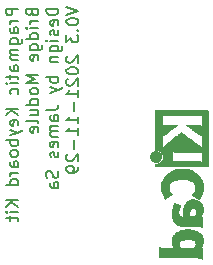
<source format=gbr>
%TF.GenerationSoftware,KiCad,Pcbnew,(5.1.12-1-10_14)*%
%TF.CreationDate,2021-11-30T09:14:07+08:00*%
%TF.ProjectId,Pragmatic,50726167-6d61-4746-9963-2e6b69636164,V0.3*%
%TF.SameCoordinates,Original*%
%TF.FileFunction,Legend,Bot*%
%TF.FilePolarity,Positive*%
%FSLAX46Y46*%
G04 Gerber Fmt 4.6, Leading zero omitted, Abs format (unit mm)*
G04 Created by KiCad (PCBNEW (5.1.12-1-10_14)) date 2021-11-30 09:14:07*
%MOMM*%
%LPD*%
G01*
G04 APERTURE LIST*
%ADD10C,0.177800*%
%ADD11C,0.010000*%
G04 APERTURE END LIST*
D10*
X137606919Y-51157474D02*
X136590919Y-51157474D01*
X136590919Y-51544522D01*
X136639300Y-51641284D01*
X136687680Y-51689665D01*
X136784442Y-51738046D01*
X136929585Y-51738046D01*
X137026347Y-51689665D01*
X137074728Y-51641284D01*
X137123109Y-51544522D01*
X137123109Y-51157474D01*
X137606919Y-52173474D02*
X136929585Y-52173474D01*
X137123109Y-52173474D02*
X137026347Y-52221855D01*
X136977966Y-52270236D01*
X136929585Y-52366998D01*
X136929585Y-52463760D01*
X137606919Y-53237855D02*
X137074728Y-53237855D01*
X136977966Y-53189474D01*
X136929585Y-53092712D01*
X136929585Y-52899189D01*
X136977966Y-52802427D01*
X137558538Y-53237855D02*
X137606919Y-53141093D01*
X137606919Y-52899189D01*
X137558538Y-52802427D01*
X137461776Y-52754046D01*
X137365014Y-52754046D01*
X137268252Y-52802427D01*
X137219871Y-52899189D01*
X137219871Y-53141093D01*
X137171490Y-53237855D01*
X136929585Y-54157093D02*
X137752061Y-54157093D01*
X137848823Y-54108712D01*
X137897204Y-54060331D01*
X137945585Y-53963570D01*
X137945585Y-53818427D01*
X137897204Y-53721665D01*
X137558538Y-54157093D02*
X137606919Y-54060331D01*
X137606919Y-53866808D01*
X137558538Y-53770046D01*
X137510157Y-53721665D01*
X137413395Y-53673284D01*
X137123109Y-53673284D01*
X137026347Y-53721665D01*
X136977966Y-53770046D01*
X136929585Y-53866808D01*
X136929585Y-54060331D01*
X136977966Y-54157093D01*
X137606919Y-54640903D02*
X136929585Y-54640903D01*
X137026347Y-54640903D02*
X136977966Y-54689284D01*
X136929585Y-54786046D01*
X136929585Y-54931189D01*
X136977966Y-55027950D01*
X137074728Y-55076331D01*
X137606919Y-55076331D01*
X137074728Y-55076331D02*
X136977966Y-55124712D01*
X136929585Y-55221474D01*
X136929585Y-55366617D01*
X136977966Y-55463379D01*
X137074728Y-55511760D01*
X137606919Y-55511760D01*
X137606919Y-56430998D02*
X137074728Y-56430998D01*
X136977966Y-56382617D01*
X136929585Y-56285855D01*
X136929585Y-56092331D01*
X136977966Y-55995570D01*
X137558538Y-56430998D02*
X137606919Y-56334236D01*
X137606919Y-56092331D01*
X137558538Y-55995570D01*
X137461776Y-55947189D01*
X137365014Y-55947189D01*
X137268252Y-55995570D01*
X137219871Y-56092331D01*
X137219871Y-56334236D01*
X137171490Y-56430998D01*
X136929585Y-56769665D02*
X136929585Y-57156712D01*
X136590919Y-56914808D02*
X137461776Y-56914808D01*
X137558538Y-56963189D01*
X137606919Y-57059950D01*
X137606919Y-57156712D01*
X137606919Y-57495379D02*
X136929585Y-57495379D01*
X136590919Y-57495379D02*
X136639300Y-57446998D01*
X136687680Y-57495379D01*
X136639300Y-57543760D01*
X136590919Y-57495379D01*
X136687680Y-57495379D01*
X137558538Y-58414617D02*
X137606919Y-58317855D01*
X137606919Y-58124331D01*
X137558538Y-58027570D01*
X137510157Y-57979189D01*
X137413395Y-57930808D01*
X137123109Y-57930808D01*
X137026347Y-57979189D01*
X136977966Y-58027570D01*
X136929585Y-58124331D01*
X136929585Y-58317855D01*
X136977966Y-58414617D01*
X137606919Y-59624141D02*
X136590919Y-59624141D01*
X137606919Y-60204712D02*
X137026347Y-59769284D01*
X136590919Y-60204712D02*
X137171490Y-59624141D01*
X137558538Y-61027189D02*
X137606919Y-60930427D01*
X137606919Y-60736903D01*
X137558538Y-60640141D01*
X137461776Y-60591760D01*
X137074728Y-60591760D01*
X136977966Y-60640141D01*
X136929585Y-60736903D01*
X136929585Y-60930427D01*
X136977966Y-61027189D01*
X137074728Y-61075570D01*
X137171490Y-61075570D01*
X137268252Y-60591760D01*
X136929585Y-61414236D02*
X137606919Y-61656141D01*
X136929585Y-61898046D02*
X137606919Y-61656141D01*
X137848823Y-61559379D01*
X137897204Y-61510998D01*
X137945585Y-61414236D01*
X137606919Y-62285093D02*
X136590919Y-62285093D01*
X136977966Y-62285093D02*
X136929585Y-62381855D01*
X136929585Y-62575379D01*
X136977966Y-62672141D01*
X137026347Y-62720522D01*
X137123109Y-62768903D01*
X137413395Y-62768903D01*
X137510157Y-62720522D01*
X137558538Y-62672141D01*
X137606919Y-62575379D01*
X137606919Y-62381855D01*
X137558538Y-62285093D01*
X137606919Y-63349474D02*
X137558538Y-63252712D01*
X137510157Y-63204331D01*
X137413395Y-63155950D01*
X137123109Y-63155950D01*
X137026347Y-63204331D01*
X136977966Y-63252712D01*
X136929585Y-63349474D01*
X136929585Y-63494617D01*
X136977966Y-63591379D01*
X137026347Y-63639760D01*
X137123109Y-63688141D01*
X137413395Y-63688141D01*
X137510157Y-63639760D01*
X137558538Y-63591379D01*
X137606919Y-63494617D01*
X137606919Y-63349474D01*
X137606919Y-64558998D02*
X137074728Y-64558998D01*
X136977966Y-64510617D01*
X136929585Y-64413855D01*
X136929585Y-64220331D01*
X136977966Y-64123570D01*
X137558538Y-64558998D02*
X137606919Y-64462236D01*
X137606919Y-64220331D01*
X137558538Y-64123570D01*
X137461776Y-64075189D01*
X137365014Y-64075189D01*
X137268252Y-64123570D01*
X137219871Y-64220331D01*
X137219871Y-64462236D01*
X137171490Y-64558998D01*
X137606919Y-65042808D02*
X136929585Y-65042808D01*
X137123109Y-65042808D02*
X137026347Y-65091189D01*
X136977966Y-65139570D01*
X136929585Y-65236331D01*
X136929585Y-65333093D01*
X137606919Y-66107189D02*
X136590919Y-66107189D01*
X137558538Y-66107189D02*
X137606919Y-66010427D01*
X137606919Y-65816903D01*
X137558538Y-65720141D01*
X137510157Y-65671760D01*
X137413395Y-65623379D01*
X137123109Y-65623379D01*
X137026347Y-65671760D01*
X136977966Y-65720141D01*
X136929585Y-65816903D01*
X136929585Y-66010427D01*
X136977966Y-66107189D01*
X137606919Y-67365093D02*
X136590919Y-67365093D01*
X137606919Y-67945665D02*
X137026347Y-67510236D01*
X136590919Y-67945665D02*
X137171490Y-67365093D01*
X137606919Y-68381093D02*
X136929585Y-68381093D01*
X136590919Y-68381093D02*
X136639300Y-68332712D01*
X136687680Y-68381093D01*
X136639300Y-68429474D01*
X136590919Y-68381093D01*
X136687680Y-68381093D01*
X136929585Y-68719760D02*
X136929585Y-69106808D01*
X136590919Y-68864903D02*
X137461776Y-68864903D01*
X137558538Y-68913284D01*
X137606919Y-69010046D01*
X137606919Y-69106808D01*
X138776528Y-51496141D02*
X138824909Y-51641284D01*
X138873290Y-51689665D01*
X138970052Y-51738046D01*
X139115195Y-51738046D01*
X139211957Y-51689665D01*
X139260338Y-51641284D01*
X139308719Y-51544522D01*
X139308719Y-51157474D01*
X138292719Y-51157474D01*
X138292719Y-51496141D01*
X138341100Y-51592903D01*
X138389480Y-51641284D01*
X138486242Y-51689665D01*
X138583004Y-51689665D01*
X138679766Y-51641284D01*
X138728147Y-51592903D01*
X138776528Y-51496141D01*
X138776528Y-51157474D01*
X139308719Y-52173474D02*
X138631385Y-52173474D01*
X138824909Y-52173474D02*
X138728147Y-52221855D01*
X138679766Y-52270236D01*
X138631385Y-52366998D01*
X138631385Y-52463760D01*
X139308719Y-52802427D02*
X138631385Y-52802427D01*
X138292719Y-52802427D02*
X138341100Y-52754046D01*
X138389480Y-52802427D01*
X138341100Y-52850808D01*
X138292719Y-52802427D01*
X138389480Y-52802427D01*
X139308719Y-53721665D02*
X138292719Y-53721665D01*
X139260338Y-53721665D02*
X139308719Y-53624903D01*
X139308719Y-53431379D01*
X139260338Y-53334617D01*
X139211957Y-53286236D01*
X139115195Y-53237855D01*
X138824909Y-53237855D01*
X138728147Y-53286236D01*
X138679766Y-53334617D01*
X138631385Y-53431379D01*
X138631385Y-53624903D01*
X138679766Y-53721665D01*
X138631385Y-54640903D02*
X139453861Y-54640903D01*
X139550623Y-54592522D01*
X139599004Y-54544141D01*
X139647385Y-54447379D01*
X139647385Y-54302236D01*
X139599004Y-54205474D01*
X139260338Y-54640903D02*
X139308719Y-54544141D01*
X139308719Y-54350617D01*
X139260338Y-54253855D01*
X139211957Y-54205474D01*
X139115195Y-54157093D01*
X138824909Y-54157093D01*
X138728147Y-54205474D01*
X138679766Y-54253855D01*
X138631385Y-54350617D01*
X138631385Y-54544141D01*
X138679766Y-54640903D01*
X139260338Y-55511760D02*
X139308719Y-55414998D01*
X139308719Y-55221474D01*
X139260338Y-55124712D01*
X139163576Y-55076331D01*
X138776528Y-55076331D01*
X138679766Y-55124712D01*
X138631385Y-55221474D01*
X138631385Y-55414998D01*
X138679766Y-55511760D01*
X138776528Y-55560141D01*
X138873290Y-55560141D01*
X138970052Y-55076331D01*
X139308719Y-56769665D02*
X138292719Y-56769665D01*
X139018433Y-57108331D01*
X138292719Y-57446998D01*
X139308719Y-57446998D01*
X139308719Y-58075950D02*
X139260338Y-57979189D01*
X139211957Y-57930808D01*
X139115195Y-57882427D01*
X138824909Y-57882427D01*
X138728147Y-57930808D01*
X138679766Y-57979189D01*
X138631385Y-58075950D01*
X138631385Y-58221093D01*
X138679766Y-58317855D01*
X138728147Y-58366236D01*
X138824909Y-58414617D01*
X139115195Y-58414617D01*
X139211957Y-58366236D01*
X139260338Y-58317855D01*
X139308719Y-58221093D01*
X139308719Y-58075950D01*
X139308719Y-59285474D02*
X138292719Y-59285474D01*
X139260338Y-59285474D02*
X139308719Y-59188712D01*
X139308719Y-58995189D01*
X139260338Y-58898427D01*
X139211957Y-58850046D01*
X139115195Y-58801665D01*
X138824909Y-58801665D01*
X138728147Y-58850046D01*
X138679766Y-58898427D01*
X138631385Y-58995189D01*
X138631385Y-59188712D01*
X138679766Y-59285474D01*
X138631385Y-60204712D02*
X139308719Y-60204712D01*
X138631385Y-59769284D02*
X139163576Y-59769284D01*
X139260338Y-59817665D01*
X139308719Y-59914427D01*
X139308719Y-60059570D01*
X139260338Y-60156331D01*
X139211957Y-60204712D01*
X139308719Y-60833665D02*
X139260338Y-60736903D01*
X139163576Y-60688522D01*
X138292719Y-60688522D01*
X139260338Y-61607760D02*
X139308719Y-61510998D01*
X139308719Y-61317474D01*
X139260338Y-61220712D01*
X139163576Y-61172331D01*
X138776528Y-61172331D01*
X138679766Y-61220712D01*
X138631385Y-61317474D01*
X138631385Y-61510998D01*
X138679766Y-61607760D01*
X138776528Y-61656141D01*
X138873290Y-61656141D01*
X138970052Y-61172331D01*
X141010519Y-51157474D02*
X139994519Y-51157474D01*
X139994519Y-51399379D01*
X140042900Y-51544522D01*
X140139661Y-51641284D01*
X140236423Y-51689665D01*
X140429947Y-51738046D01*
X140575090Y-51738046D01*
X140768614Y-51689665D01*
X140865376Y-51641284D01*
X140962138Y-51544522D01*
X141010519Y-51399379D01*
X141010519Y-51157474D01*
X140962138Y-52560522D02*
X141010519Y-52463760D01*
X141010519Y-52270236D01*
X140962138Y-52173474D01*
X140865376Y-52125093D01*
X140478328Y-52125093D01*
X140381566Y-52173474D01*
X140333185Y-52270236D01*
X140333185Y-52463760D01*
X140381566Y-52560522D01*
X140478328Y-52608903D01*
X140575090Y-52608903D01*
X140671852Y-52125093D01*
X140962138Y-52995950D02*
X141010519Y-53092712D01*
X141010519Y-53286236D01*
X140962138Y-53382998D01*
X140865376Y-53431379D01*
X140816995Y-53431379D01*
X140720233Y-53382998D01*
X140671852Y-53286236D01*
X140671852Y-53141093D01*
X140623471Y-53044331D01*
X140526709Y-52995950D01*
X140478328Y-52995950D01*
X140381566Y-53044331D01*
X140333185Y-53141093D01*
X140333185Y-53286236D01*
X140381566Y-53382998D01*
X141010519Y-53866808D02*
X140333185Y-53866808D01*
X139994519Y-53866808D02*
X140042900Y-53818427D01*
X140091280Y-53866808D01*
X140042900Y-53915189D01*
X139994519Y-53866808D01*
X140091280Y-53866808D01*
X140333185Y-54786046D02*
X141155661Y-54786046D01*
X141252423Y-54737665D01*
X141300804Y-54689284D01*
X141349185Y-54592522D01*
X141349185Y-54447379D01*
X141300804Y-54350617D01*
X140962138Y-54786046D02*
X141010519Y-54689284D01*
X141010519Y-54495760D01*
X140962138Y-54398998D01*
X140913757Y-54350617D01*
X140816995Y-54302236D01*
X140526709Y-54302236D01*
X140429947Y-54350617D01*
X140381566Y-54398998D01*
X140333185Y-54495760D01*
X140333185Y-54689284D01*
X140381566Y-54786046D01*
X140333185Y-55269855D02*
X141010519Y-55269855D01*
X140429947Y-55269855D02*
X140381566Y-55318236D01*
X140333185Y-55414998D01*
X140333185Y-55560141D01*
X140381566Y-55656903D01*
X140478328Y-55705284D01*
X141010519Y-55705284D01*
X141010519Y-56963189D02*
X139994519Y-56963189D01*
X140381566Y-56963189D02*
X140333185Y-57059950D01*
X140333185Y-57253474D01*
X140381566Y-57350236D01*
X140429947Y-57398617D01*
X140526709Y-57446998D01*
X140816995Y-57446998D01*
X140913757Y-57398617D01*
X140962138Y-57350236D01*
X141010519Y-57253474D01*
X141010519Y-57059950D01*
X140962138Y-56963189D01*
X140333185Y-57785665D02*
X141010519Y-58027570D01*
X140333185Y-58269474D02*
X141010519Y-58027570D01*
X141252423Y-57930808D01*
X141300804Y-57882427D01*
X141349185Y-57785665D01*
X139994519Y-59720903D02*
X140720233Y-59720903D01*
X140865376Y-59672522D01*
X140962138Y-59575760D01*
X141010519Y-59430617D01*
X141010519Y-59333855D01*
X141010519Y-60640141D02*
X140478328Y-60640141D01*
X140381566Y-60591760D01*
X140333185Y-60494998D01*
X140333185Y-60301474D01*
X140381566Y-60204712D01*
X140962138Y-60640141D02*
X141010519Y-60543379D01*
X141010519Y-60301474D01*
X140962138Y-60204712D01*
X140865376Y-60156331D01*
X140768614Y-60156331D01*
X140671852Y-60204712D01*
X140623471Y-60301474D01*
X140623471Y-60543379D01*
X140575090Y-60640141D01*
X141010519Y-61123950D02*
X140333185Y-61123950D01*
X140429947Y-61123950D02*
X140381566Y-61172331D01*
X140333185Y-61269093D01*
X140333185Y-61414236D01*
X140381566Y-61510998D01*
X140478328Y-61559379D01*
X141010519Y-61559379D01*
X140478328Y-61559379D02*
X140381566Y-61607760D01*
X140333185Y-61704522D01*
X140333185Y-61849665D01*
X140381566Y-61946427D01*
X140478328Y-61994808D01*
X141010519Y-61994808D01*
X140962138Y-62865665D02*
X141010519Y-62768903D01*
X141010519Y-62575379D01*
X140962138Y-62478617D01*
X140865376Y-62430236D01*
X140478328Y-62430236D01*
X140381566Y-62478617D01*
X140333185Y-62575379D01*
X140333185Y-62768903D01*
X140381566Y-62865665D01*
X140478328Y-62914046D01*
X140575090Y-62914046D01*
X140671852Y-62430236D01*
X140962138Y-63301093D02*
X141010519Y-63397855D01*
X141010519Y-63591379D01*
X140962138Y-63688141D01*
X140865376Y-63736522D01*
X140816995Y-63736522D01*
X140720233Y-63688141D01*
X140671852Y-63591379D01*
X140671852Y-63446236D01*
X140623471Y-63349474D01*
X140526709Y-63301093D01*
X140478328Y-63301093D01*
X140381566Y-63349474D01*
X140333185Y-63446236D01*
X140333185Y-63591379D01*
X140381566Y-63688141D01*
X140962138Y-64897665D02*
X141010519Y-65042808D01*
X141010519Y-65284712D01*
X140962138Y-65381474D01*
X140913757Y-65429855D01*
X140816995Y-65478236D01*
X140720233Y-65478236D01*
X140623471Y-65429855D01*
X140575090Y-65381474D01*
X140526709Y-65284712D01*
X140478328Y-65091189D01*
X140429947Y-64994427D01*
X140381566Y-64946046D01*
X140284804Y-64897665D01*
X140188042Y-64897665D01*
X140091280Y-64946046D01*
X140042900Y-64994427D01*
X139994519Y-65091189D01*
X139994519Y-65333093D01*
X140042900Y-65478236D01*
X141010519Y-66349093D02*
X140478328Y-66349093D01*
X140381566Y-66300712D01*
X140333185Y-66203950D01*
X140333185Y-66010427D01*
X140381566Y-65913665D01*
X140962138Y-66349093D02*
X141010519Y-66252331D01*
X141010519Y-66010427D01*
X140962138Y-65913665D01*
X140865376Y-65865284D01*
X140768614Y-65865284D01*
X140671852Y-65913665D01*
X140623471Y-66010427D01*
X140623471Y-66252331D01*
X140575090Y-66349093D01*
X141696319Y-51012331D02*
X142712319Y-51350998D01*
X141696319Y-51689665D01*
X141696319Y-52221855D02*
X141696319Y-52318617D01*
X141744700Y-52415379D01*
X141793080Y-52463760D01*
X141889842Y-52512141D01*
X142083366Y-52560522D01*
X142325271Y-52560522D01*
X142518795Y-52512141D01*
X142615557Y-52463760D01*
X142663938Y-52415379D01*
X142712319Y-52318617D01*
X142712319Y-52221855D01*
X142663938Y-52125093D01*
X142615557Y-52076712D01*
X142518795Y-52028331D01*
X142325271Y-51979950D01*
X142083366Y-51979950D01*
X141889842Y-52028331D01*
X141793080Y-52076712D01*
X141744700Y-52125093D01*
X141696319Y-52221855D01*
X142615557Y-52995950D02*
X142663938Y-53044331D01*
X142712319Y-52995950D01*
X142663938Y-52947570D01*
X142615557Y-52995950D01*
X142712319Y-52995950D01*
X141696319Y-53382998D02*
X141696319Y-54011950D01*
X142083366Y-53673284D01*
X142083366Y-53818427D01*
X142131747Y-53915189D01*
X142180128Y-53963570D01*
X142276890Y-54011950D01*
X142518795Y-54011950D01*
X142615557Y-53963570D01*
X142663938Y-53915189D01*
X142712319Y-53818427D01*
X142712319Y-53528141D01*
X142663938Y-53431379D01*
X142615557Y-53382998D01*
X141793080Y-55173093D02*
X141744700Y-55221474D01*
X141696319Y-55318236D01*
X141696319Y-55560141D01*
X141744700Y-55656903D01*
X141793080Y-55705284D01*
X141889842Y-55753665D01*
X141986604Y-55753665D01*
X142131747Y-55705284D01*
X142712319Y-55124712D01*
X142712319Y-55753665D01*
X141696319Y-56382617D02*
X141696319Y-56479379D01*
X141744700Y-56576141D01*
X141793080Y-56624522D01*
X141889842Y-56672903D01*
X142083366Y-56721284D01*
X142325271Y-56721284D01*
X142518795Y-56672903D01*
X142615557Y-56624522D01*
X142663938Y-56576141D01*
X142712319Y-56479379D01*
X142712319Y-56382617D01*
X142663938Y-56285855D01*
X142615557Y-56237474D01*
X142518795Y-56189093D01*
X142325271Y-56140712D01*
X142083366Y-56140712D01*
X141889842Y-56189093D01*
X141793080Y-56237474D01*
X141744700Y-56285855D01*
X141696319Y-56382617D01*
X141793080Y-57108331D02*
X141744700Y-57156712D01*
X141696319Y-57253474D01*
X141696319Y-57495379D01*
X141744700Y-57592141D01*
X141793080Y-57640522D01*
X141889842Y-57688903D01*
X141986604Y-57688903D01*
X142131747Y-57640522D01*
X142712319Y-57059950D01*
X142712319Y-57688903D01*
X142712319Y-58656522D02*
X142712319Y-58075950D01*
X142712319Y-58366236D02*
X141696319Y-58366236D01*
X141841461Y-58269474D01*
X141938223Y-58172712D01*
X141986604Y-58075950D01*
X142325271Y-59091950D02*
X142325271Y-59866046D01*
X142712319Y-60882046D02*
X142712319Y-60301474D01*
X142712319Y-60591760D02*
X141696319Y-60591760D01*
X141841461Y-60494998D01*
X141938223Y-60398236D01*
X141986604Y-60301474D01*
X142712319Y-61849665D02*
X142712319Y-61269093D01*
X142712319Y-61559379D02*
X141696319Y-61559379D01*
X141841461Y-61462617D01*
X141938223Y-61365855D01*
X141986604Y-61269093D01*
X142325271Y-62285093D02*
X142325271Y-63059189D01*
X141793080Y-63494617D02*
X141744700Y-63542998D01*
X141696319Y-63639760D01*
X141696319Y-63881665D01*
X141744700Y-63978427D01*
X141793080Y-64026808D01*
X141889842Y-64075189D01*
X141986604Y-64075189D01*
X142131747Y-64026808D01*
X142712319Y-63446236D01*
X142712319Y-64075189D01*
X142712319Y-64558998D02*
X142712319Y-64752522D01*
X142663938Y-64849284D01*
X142615557Y-64897665D01*
X142470414Y-64994427D01*
X142276890Y-65042808D01*
X141889842Y-65042808D01*
X141793080Y-64994427D01*
X141744700Y-64946046D01*
X141696319Y-64849284D01*
X141696319Y-64655760D01*
X141744700Y-64558998D01*
X141793080Y-64510617D01*
X141889842Y-64462236D01*
X142131747Y-64462236D01*
X142228509Y-64510617D01*
X142276890Y-64558998D01*
X142325271Y-64655760D01*
X142325271Y-64849284D01*
X142276890Y-64946046D01*
X142228509Y-64994427D01*
X142131747Y-65042808D01*
D11*
%TO.C,Logo2*%
G36*
X149254054Y-63093600D02*
G01*
X149367993Y-63104465D01*
X149475616Y-63136082D01*
X149574615Y-63186985D01*
X149662684Y-63255707D01*
X149737516Y-63340781D01*
X149795384Y-63437768D01*
X149835005Y-63544036D01*
X149853573Y-63651050D01*
X149852434Y-63756700D01*
X149832930Y-63858875D01*
X149796406Y-63955466D01*
X149744205Y-64044362D01*
X149677673Y-64123454D01*
X149598152Y-64190631D01*
X149506987Y-64243783D01*
X149405523Y-64280801D01*
X149295102Y-64299573D01*
X149245206Y-64301511D01*
X149157267Y-64301511D01*
X149157267Y-64353440D01*
X149160111Y-64389747D01*
X149171911Y-64416645D01*
X149195649Y-64443751D01*
X149234031Y-64482133D01*
X151425602Y-64482133D01*
X151687739Y-64482124D01*
X151928241Y-64482092D01*
X152148048Y-64482028D01*
X152348101Y-64481924D01*
X152529344Y-64481773D01*
X152692716Y-64481566D01*
X152839160Y-64481294D01*
X152969617Y-64480950D01*
X153085029Y-64480526D01*
X153186338Y-64480013D01*
X153274484Y-64479403D01*
X153350410Y-64478688D01*
X153415057Y-64477860D01*
X153469367Y-64476911D01*
X153514280Y-64475833D01*
X153550740Y-64474617D01*
X153579687Y-64473255D01*
X153602063Y-64471739D01*
X153618809Y-64470062D01*
X153630868Y-64468214D01*
X153639180Y-64466187D01*
X153644687Y-64463975D01*
X153646537Y-64462892D01*
X153653549Y-64458729D01*
X153659996Y-64455195D01*
X153665900Y-64451365D01*
X153671286Y-64446318D01*
X153676178Y-64439129D01*
X153680598Y-64428877D01*
X153684572Y-64414636D01*
X153688121Y-64395486D01*
X153691270Y-64370501D01*
X153694042Y-64338760D01*
X153696461Y-64299338D01*
X153698551Y-64251314D01*
X153700335Y-64193763D01*
X153701837Y-64125763D01*
X153703080Y-64046390D01*
X153704089Y-63954721D01*
X153704885Y-63849834D01*
X153705494Y-63730804D01*
X153705939Y-63596710D01*
X153706243Y-63446627D01*
X153706430Y-63279633D01*
X153706524Y-63094804D01*
X153706548Y-62891217D01*
X153706525Y-62667950D01*
X153706480Y-62424078D01*
X153706437Y-62158679D01*
X153706432Y-62120296D01*
X153706389Y-61853318D01*
X153706318Y-61607998D01*
X153706213Y-61383417D01*
X153706066Y-61178655D01*
X153705869Y-60992794D01*
X153705616Y-60824912D01*
X153705300Y-60674092D01*
X153704913Y-60539413D01*
X153704447Y-60419956D01*
X153703897Y-60314801D01*
X153703253Y-60223029D01*
X153702511Y-60143721D01*
X153701661Y-60075957D01*
X153700697Y-60018818D01*
X153699611Y-59971383D01*
X153698397Y-59932734D01*
X153697047Y-59901951D01*
X153695555Y-59878115D01*
X153693911Y-59860306D01*
X153692111Y-59847605D01*
X153690145Y-59839092D01*
X153688477Y-59834734D01*
X153684906Y-59826272D01*
X153682270Y-59818503D01*
X153679634Y-59811398D01*
X153676062Y-59804927D01*
X153670621Y-59799061D01*
X153662375Y-59793771D01*
X153650390Y-59789026D01*
X153633731Y-59784798D01*
X153611463Y-59781057D01*
X153582652Y-59777773D01*
X153546363Y-59774917D01*
X153501661Y-59772460D01*
X153447611Y-59770371D01*
X153383279Y-59768622D01*
X153307730Y-59767183D01*
X153220030Y-59766024D01*
X153119243Y-59765117D01*
X153004434Y-59764431D01*
X152874670Y-59763937D01*
X152729015Y-59763605D01*
X152566535Y-59763407D01*
X152386295Y-59763313D01*
X152187360Y-59763292D01*
X151968796Y-59763315D01*
X151729668Y-59763354D01*
X151469040Y-59763378D01*
X151426889Y-59763378D01*
X151163992Y-59763364D01*
X150922732Y-59763339D01*
X150702165Y-59763329D01*
X150501352Y-59763358D01*
X150319349Y-59763452D01*
X150155216Y-59763638D01*
X150008011Y-59763941D01*
X149876792Y-59764386D01*
X149766867Y-59764966D01*
X149766867Y-60067803D01*
X149824711Y-60107593D01*
X149840479Y-60118764D01*
X149854441Y-60128834D01*
X149867784Y-60137862D01*
X149881693Y-60145903D01*
X149897356Y-60153014D01*
X149915958Y-60159253D01*
X149938686Y-60164675D01*
X149966727Y-60169338D01*
X150001267Y-60173299D01*
X150043492Y-60176615D01*
X150094589Y-60179341D01*
X150155744Y-60181536D01*
X150228144Y-60183255D01*
X150312975Y-60184556D01*
X150411422Y-60185495D01*
X150524674Y-60186130D01*
X150653916Y-60186516D01*
X150800334Y-60186712D01*
X150965116Y-60186773D01*
X151149447Y-60186757D01*
X151354513Y-60186720D01*
X151477133Y-60186711D01*
X151694082Y-60186735D01*
X151889642Y-60186769D01*
X152064999Y-60186757D01*
X152221341Y-60186642D01*
X152359857Y-60186370D01*
X152481734Y-60185882D01*
X152588160Y-60185124D01*
X152680322Y-60184038D01*
X152759409Y-60182569D01*
X152826608Y-60180660D01*
X152883107Y-60178256D01*
X152930093Y-60175299D01*
X152968755Y-60171734D01*
X153000280Y-60167505D01*
X153025855Y-60162554D01*
X153046670Y-60156827D01*
X153063911Y-60150267D01*
X153078765Y-60142817D01*
X153092422Y-60134421D01*
X153106069Y-60125024D01*
X153120893Y-60114568D01*
X153129783Y-60108477D01*
X153187400Y-60069704D01*
X153187400Y-60601268D01*
X153187365Y-60724517D01*
X153187215Y-60827013D01*
X153186878Y-60910580D01*
X153186286Y-60977044D01*
X153185367Y-61028229D01*
X153184051Y-61065959D01*
X153182269Y-61092060D01*
X153179951Y-61108356D01*
X153177026Y-61116672D01*
X153173424Y-61118832D01*
X153169075Y-61116661D01*
X153167645Y-61115465D01*
X153130573Y-61090315D01*
X153077772Y-61064417D01*
X153015770Y-61040808D01*
X152989357Y-61032539D01*
X152971416Y-61027922D01*
X152950355Y-61024021D01*
X152924089Y-61020752D01*
X152890532Y-61018034D01*
X152847599Y-61015785D01*
X152793204Y-61013923D01*
X152725262Y-61012364D01*
X152641688Y-61011028D01*
X152540395Y-61009831D01*
X152419300Y-61008692D01*
X152374600Y-61008315D01*
X152249449Y-61007298D01*
X152145082Y-61006540D01*
X152059707Y-61006097D01*
X151991533Y-61006030D01*
X151938765Y-61006395D01*
X151899614Y-61007252D01*
X151872285Y-61008659D01*
X151854986Y-61010675D01*
X151845926Y-61013357D01*
X151843312Y-61016764D01*
X151845351Y-61020956D01*
X151849667Y-61025429D01*
X151862602Y-61035784D01*
X151891676Y-61057842D01*
X151934759Y-61090043D01*
X151989718Y-61130826D01*
X152054423Y-61178630D01*
X152126742Y-61231895D01*
X152204544Y-61289060D01*
X152285698Y-61348563D01*
X152368072Y-61408845D01*
X152449536Y-61468345D01*
X152527957Y-61525502D01*
X152601204Y-61578755D01*
X152667147Y-61626543D01*
X152723654Y-61667307D01*
X152768593Y-61699484D01*
X152799834Y-61721515D01*
X152806466Y-61726083D01*
X152843369Y-61749004D01*
X152891359Y-61775812D01*
X152940897Y-61801211D01*
X152947577Y-61804432D01*
X152995772Y-61826110D01*
X153033334Y-61838696D01*
X153069160Y-61844426D01*
X153111200Y-61845544D01*
X153187400Y-61844910D01*
X153187400Y-62999349D01*
X153093669Y-62908185D01*
X153043775Y-62861388D01*
X152987295Y-62811101D01*
X152933026Y-62765056D01*
X152907673Y-62744631D01*
X152868128Y-62714193D01*
X152814916Y-62674138D01*
X152749667Y-62625639D01*
X152674011Y-62569865D01*
X152589577Y-62507989D01*
X152497994Y-62441181D01*
X152400892Y-62370613D01*
X152299901Y-62297455D01*
X152196650Y-62222879D01*
X152092768Y-62148056D01*
X151989885Y-62074157D01*
X151889631Y-62002354D01*
X151793636Y-61933816D01*
X151703527Y-61869716D01*
X151620936Y-61811225D01*
X151547492Y-61759514D01*
X151484824Y-61715753D01*
X151434561Y-61681115D01*
X151398334Y-61656770D01*
X151377771Y-61643889D01*
X151373668Y-61642131D01*
X151362342Y-61650090D01*
X151335162Y-61670885D01*
X151293829Y-61703153D01*
X151240044Y-61745530D01*
X151175506Y-61796653D01*
X151101918Y-61855159D01*
X151020978Y-61919686D01*
X150934388Y-61988869D01*
X150843848Y-62061347D01*
X150751060Y-62135754D01*
X150676702Y-62195483D01*
X150676702Y-63206489D01*
X150689659Y-63212398D01*
X150711908Y-63226728D01*
X150713391Y-63227775D01*
X150743544Y-63246562D01*
X150780375Y-63266209D01*
X150788511Y-63270108D01*
X150796940Y-63273644D01*
X150807059Y-63276770D01*
X150820260Y-63279514D01*
X150837938Y-63281908D01*
X150861484Y-63283981D01*
X150892293Y-63285765D01*
X150931757Y-63287288D01*
X150981269Y-63288581D01*
X151042223Y-63289674D01*
X151116011Y-63290597D01*
X151204028Y-63291381D01*
X151307665Y-63292055D01*
X151428316Y-63292650D01*
X151567374Y-63293195D01*
X151726232Y-63293721D01*
X151905089Y-63294255D01*
X152090207Y-63294794D01*
X152254145Y-63295228D01*
X152398303Y-63295491D01*
X152524079Y-63295516D01*
X152632871Y-63295235D01*
X152726077Y-63294581D01*
X152805097Y-63293486D01*
X152871328Y-63291882D01*
X152926170Y-63289703D01*
X152971021Y-63286881D01*
X153007278Y-63283349D01*
X153036341Y-63279039D01*
X153059609Y-63273883D01*
X153078479Y-63267815D01*
X153094351Y-63260767D01*
X153108622Y-63252671D01*
X153122691Y-63243460D01*
X153135158Y-63234960D01*
X153161452Y-63217824D01*
X153179037Y-63207678D01*
X153182257Y-63206489D01*
X153183334Y-63217396D01*
X153184335Y-63248589D01*
X153185235Y-63297777D01*
X153186010Y-63362667D01*
X153186637Y-63440970D01*
X153187091Y-63530393D01*
X153187349Y-63628644D01*
X153187400Y-63697555D01*
X153187180Y-63802548D01*
X153186548Y-63899390D01*
X153185549Y-63985893D01*
X153184227Y-64059868D01*
X153182626Y-64119126D01*
X153180791Y-64161480D01*
X153178765Y-64184740D01*
X153177493Y-64188622D01*
X153162591Y-64180924D01*
X153154560Y-64172926D01*
X153137434Y-64159754D01*
X153107183Y-64142515D01*
X153082622Y-64130593D01*
X153023711Y-64103955D01*
X151846845Y-64100880D01*
X150669978Y-64097805D01*
X150669978Y-63652147D01*
X150670142Y-63554330D01*
X150670611Y-63463936D01*
X150671347Y-63383370D01*
X150672316Y-63315038D01*
X150673480Y-63261344D01*
X150674803Y-63224695D01*
X150676249Y-63207496D01*
X150676702Y-63206489D01*
X150676702Y-62195483D01*
X150657722Y-62210730D01*
X150565537Y-62284910D01*
X150476204Y-62356931D01*
X150391424Y-62425431D01*
X150312898Y-62489045D01*
X150242326Y-62546412D01*
X150181409Y-62596167D01*
X150131847Y-62636948D01*
X150111178Y-62654112D01*
X150010516Y-62740404D01*
X149927259Y-62817003D01*
X149859438Y-62885817D01*
X149805089Y-62948752D01*
X149797722Y-62958133D01*
X149767117Y-62997644D01*
X149766867Y-61865884D01*
X149814844Y-61871173D01*
X149872188Y-61867870D01*
X149940463Y-61846339D01*
X150020212Y-61806365D01*
X150092495Y-61761057D01*
X150115140Y-61744839D01*
X150152696Y-61716786D01*
X150203021Y-61678570D01*
X150263973Y-61631863D01*
X150333411Y-61578339D01*
X150409194Y-61519669D01*
X150489180Y-61457525D01*
X150571228Y-61393579D01*
X150653196Y-61329505D01*
X150732943Y-61266973D01*
X150808327Y-61207657D01*
X150877207Y-61153229D01*
X150937442Y-61105361D01*
X150986889Y-61065725D01*
X151023408Y-61035994D01*
X151044858Y-61017839D01*
X151048156Y-61014780D01*
X151040149Y-61011921D01*
X151009855Y-61009707D01*
X150957556Y-61008143D01*
X150883531Y-61007233D01*
X150788063Y-61006980D01*
X150671434Y-61007387D01*
X150551445Y-61008296D01*
X150419333Y-61009618D01*
X150307594Y-61011143D01*
X150214025Y-61013119D01*
X150136419Y-61015794D01*
X150072574Y-61019418D01*
X150020283Y-61024239D01*
X149977344Y-61030506D01*
X149941551Y-61038468D01*
X149910700Y-61048373D01*
X149882586Y-61060469D01*
X149855005Y-61075007D01*
X149829966Y-61089689D01*
X149766867Y-61127686D01*
X149766867Y-60067803D01*
X149766867Y-59764966D01*
X149760617Y-59764999D01*
X149658544Y-59765805D01*
X149569633Y-59766830D01*
X149492941Y-59768100D01*
X149427527Y-59769640D01*
X149372449Y-59771476D01*
X149326765Y-59773633D01*
X149289534Y-59776137D01*
X149259813Y-59779013D01*
X149236662Y-59782287D01*
X149219139Y-59785985D01*
X149206301Y-59790131D01*
X149197208Y-59794753D01*
X149190918Y-59799874D01*
X149186488Y-59805522D01*
X149182978Y-59811721D01*
X149179445Y-59818496D01*
X149175876Y-59824492D01*
X149173300Y-59829725D01*
X149170972Y-59837901D01*
X149168878Y-59850114D01*
X149167007Y-59867459D01*
X149165347Y-59891031D01*
X149163884Y-59921923D01*
X149162608Y-59961232D01*
X149161504Y-60010050D01*
X149160561Y-60069473D01*
X149159767Y-60140596D01*
X149159109Y-60224512D01*
X149158575Y-60322317D01*
X149158153Y-60435106D01*
X149157829Y-60563971D01*
X149157592Y-60710009D01*
X149157430Y-60874314D01*
X149157330Y-61057980D01*
X149157280Y-61262103D01*
X149157267Y-61473247D01*
X149157267Y-63093600D01*
X149254054Y-63093600D01*
G37*
X149254054Y-63093600D02*
X149367993Y-63104465D01*
X149475616Y-63136082D01*
X149574615Y-63186985D01*
X149662684Y-63255707D01*
X149737516Y-63340781D01*
X149795384Y-63437768D01*
X149835005Y-63544036D01*
X149853573Y-63651050D01*
X149852434Y-63756700D01*
X149832930Y-63858875D01*
X149796406Y-63955466D01*
X149744205Y-64044362D01*
X149677673Y-64123454D01*
X149598152Y-64190631D01*
X149506987Y-64243783D01*
X149405523Y-64280801D01*
X149295102Y-64299573D01*
X149245206Y-64301511D01*
X149157267Y-64301511D01*
X149157267Y-64353440D01*
X149160111Y-64389747D01*
X149171911Y-64416645D01*
X149195649Y-64443751D01*
X149234031Y-64482133D01*
X151425602Y-64482133D01*
X151687739Y-64482124D01*
X151928241Y-64482092D01*
X152148048Y-64482028D01*
X152348101Y-64481924D01*
X152529344Y-64481773D01*
X152692716Y-64481566D01*
X152839160Y-64481294D01*
X152969617Y-64480950D01*
X153085029Y-64480526D01*
X153186338Y-64480013D01*
X153274484Y-64479403D01*
X153350410Y-64478688D01*
X153415057Y-64477860D01*
X153469367Y-64476911D01*
X153514280Y-64475833D01*
X153550740Y-64474617D01*
X153579687Y-64473255D01*
X153602063Y-64471739D01*
X153618809Y-64470062D01*
X153630868Y-64468214D01*
X153639180Y-64466187D01*
X153644687Y-64463975D01*
X153646537Y-64462892D01*
X153653549Y-64458729D01*
X153659996Y-64455195D01*
X153665900Y-64451365D01*
X153671286Y-64446318D01*
X153676178Y-64439129D01*
X153680598Y-64428877D01*
X153684572Y-64414636D01*
X153688121Y-64395486D01*
X153691270Y-64370501D01*
X153694042Y-64338760D01*
X153696461Y-64299338D01*
X153698551Y-64251314D01*
X153700335Y-64193763D01*
X153701837Y-64125763D01*
X153703080Y-64046390D01*
X153704089Y-63954721D01*
X153704885Y-63849834D01*
X153705494Y-63730804D01*
X153705939Y-63596710D01*
X153706243Y-63446627D01*
X153706430Y-63279633D01*
X153706524Y-63094804D01*
X153706548Y-62891217D01*
X153706525Y-62667950D01*
X153706480Y-62424078D01*
X153706437Y-62158679D01*
X153706432Y-62120296D01*
X153706389Y-61853318D01*
X153706318Y-61607998D01*
X153706213Y-61383417D01*
X153706066Y-61178655D01*
X153705869Y-60992794D01*
X153705616Y-60824912D01*
X153705300Y-60674092D01*
X153704913Y-60539413D01*
X153704447Y-60419956D01*
X153703897Y-60314801D01*
X153703253Y-60223029D01*
X153702511Y-60143721D01*
X153701661Y-60075957D01*
X153700697Y-60018818D01*
X153699611Y-59971383D01*
X153698397Y-59932734D01*
X153697047Y-59901951D01*
X153695555Y-59878115D01*
X153693911Y-59860306D01*
X153692111Y-59847605D01*
X153690145Y-59839092D01*
X153688477Y-59834734D01*
X153684906Y-59826272D01*
X153682270Y-59818503D01*
X153679634Y-59811398D01*
X153676062Y-59804927D01*
X153670621Y-59799061D01*
X153662375Y-59793771D01*
X153650390Y-59789026D01*
X153633731Y-59784798D01*
X153611463Y-59781057D01*
X153582652Y-59777773D01*
X153546363Y-59774917D01*
X153501661Y-59772460D01*
X153447611Y-59770371D01*
X153383279Y-59768622D01*
X153307730Y-59767183D01*
X153220030Y-59766024D01*
X153119243Y-59765117D01*
X153004434Y-59764431D01*
X152874670Y-59763937D01*
X152729015Y-59763605D01*
X152566535Y-59763407D01*
X152386295Y-59763313D01*
X152187360Y-59763292D01*
X151968796Y-59763315D01*
X151729668Y-59763354D01*
X151469040Y-59763378D01*
X151426889Y-59763378D01*
X151163992Y-59763364D01*
X150922732Y-59763339D01*
X150702165Y-59763329D01*
X150501352Y-59763358D01*
X150319349Y-59763452D01*
X150155216Y-59763638D01*
X150008011Y-59763941D01*
X149876792Y-59764386D01*
X149766867Y-59764966D01*
X149766867Y-60067803D01*
X149824711Y-60107593D01*
X149840479Y-60118764D01*
X149854441Y-60128834D01*
X149867784Y-60137862D01*
X149881693Y-60145903D01*
X149897356Y-60153014D01*
X149915958Y-60159253D01*
X149938686Y-60164675D01*
X149966727Y-60169338D01*
X150001267Y-60173299D01*
X150043492Y-60176615D01*
X150094589Y-60179341D01*
X150155744Y-60181536D01*
X150228144Y-60183255D01*
X150312975Y-60184556D01*
X150411422Y-60185495D01*
X150524674Y-60186130D01*
X150653916Y-60186516D01*
X150800334Y-60186712D01*
X150965116Y-60186773D01*
X151149447Y-60186757D01*
X151354513Y-60186720D01*
X151477133Y-60186711D01*
X151694082Y-60186735D01*
X151889642Y-60186769D01*
X152064999Y-60186757D01*
X152221341Y-60186642D01*
X152359857Y-60186370D01*
X152481734Y-60185882D01*
X152588160Y-60185124D01*
X152680322Y-60184038D01*
X152759409Y-60182569D01*
X152826608Y-60180660D01*
X152883107Y-60178256D01*
X152930093Y-60175299D01*
X152968755Y-60171734D01*
X153000280Y-60167505D01*
X153025855Y-60162554D01*
X153046670Y-60156827D01*
X153063911Y-60150267D01*
X153078765Y-60142817D01*
X153092422Y-60134421D01*
X153106069Y-60125024D01*
X153120893Y-60114568D01*
X153129783Y-60108477D01*
X153187400Y-60069704D01*
X153187400Y-60601268D01*
X153187365Y-60724517D01*
X153187215Y-60827013D01*
X153186878Y-60910580D01*
X153186286Y-60977044D01*
X153185367Y-61028229D01*
X153184051Y-61065959D01*
X153182269Y-61092060D01*
X153179951Y-61108356D01*
X153177026Y-61116672D01*
X153173424Y-61118832D01*
X153169075Y-61116661D01*
X153167645Y-61115465D01*
X153130573Y-61090315D01*
X153077772Y-61064417D01*
X153015770Y-61040808D01*
X152989357Y-61032539D01*
X152971416Y-61027922D01*
X152950355Y-61024021D01*
X152924089Y-61020752D01*
X152890532Y-61018034D01*
X152847599Y-61015785D01*
X152793204Y-61013923D01*
X152725262Y-61012364D01*
X152641688Y-61011028D01*
X152540395Y-61009831D01*
X152419300Y-61008692D01*
X152374600Y-61008315D01*
X152249449Y-61007298D01*
X152145082Y-61006540D01*
X152059707Y-61006097D01*
X151991533Y-61006030D01*
X151938765Y-61006395D01*
X151899614Y-61007252D01*
X151872285Y-61008659D01*
X151854986Y-61010675D01*
X151845926Y-61013357D01*
X151843312Y-61016764D01*
X151845351Y-61020956D01*
X151849667Y-61025429D01*
X151862602Y-61035784D01*
X151891676Y-61057842D01*
X151934759Y-61090043D01*
X151989718Y-61130826D01*
X152054423Y-61178630D01*
X152126742Y-61231895D01*
X152204544Y-61289060D01*
X152285698Y-61348563D01*
X152368072Y-61408845D01*
X152449536Y-61468345D01*
X152527957Y-61525502D01*
X152601204Y-61578755D01*
X152667147Y-61626543D01*
X152723654Y-61667307D01*
X152768593Y-61699484D01*
X152799834Y-61721515D01*
X152806466Y-61726083D01*
X152843369Y-61749004D01*
X152891359Y-61775812D01*
X152940897Y-61801211D01*
X152947577Y-61804432D01*
X152995772Y-61826110D01*
X153033334Y-61838696D01*
X153069160Y-61844426D01*
X153111200Y-61845544D01*
X153187400Y-61844910D01*
X153187400Y-62999349D01*
X153093669Y-62908185D01*
X153043775Y-62861388D01*
X152987295Y-62811101D01*
X152933026Y-62765056D01*
X152907673Y-62744631D01*
X152868128Y-62714193D01*
X152814916Y-62674138D01*
X152749667Y-62625639D01*
X152674011Y-62569865D01*
X152589577Y-62507989D01*
X152497994Y-62441181D01*
X152400892Y-62370613D01*
X152299901Y-62297455D01*
X152196650Y-62222879D01*
X152092768Y-62148056D01*
X151989885Y-62074157D01*
X151889631Y-62002354D01*
X151793636Y-61933816D01*
X151703527Y-61869716D01*
X151620936Y-61811225D01*
X151547492Y-61759514D01*
X151484824Y-61715753D01*
X151434561Y-61681115D01*
X151398334Y-61656770D01*
X151377771Y-61643889D01*
X151373668Y-61642131D01*
X151362342Y-61650090D01*
X151335162Y-61670885D01*
X151293829Y-61703153D01*
X151240044Y-61745530D01*
X151175506Y-61796653D01*
X151101918Y-61855159D01*
X151020978Y-61919686D01*
X150934388Y-61988869D01*
X150843848Y-62061347D01*
X150751060Y-62135754D01*
X150676702Y-62195483D01*
X150676702Y-63206489D01*
X150689659Y-63212398D01*
X150711908Y-63226728D01*
X150713391Y-63227775D01*
X150743544Y-63246562D01*
X150780375Y-63266209D01*
X150788511Y-63270108D01*
X150796940Y-63273644D01*
X150807059Y-63276770D01*
X150820260Y-63279514D01*
X150837938Y-63281908D01*
X150861484Y-63283981D01*
X150892293Y-63285765D01*
X150931757Y-63287288D01*
X150981269Y-63288581D01*
X151042223Y-63289674D01*
X151116011Y-63290597D01*
X151204028Y-63291381D01*
X151307665Y-63292055D01*
X151428316Y-63292650D01*
X151567374Y-63293195D01*
X151726232Y-63293721D01*
X151905089Y-63294255D01*
X152090207Y-63294794D01*
X152254145Y-63295228D01*
X152398303Y-63295491D01*
X152524079Y-63295516D01*
X152632871Y-63295235D01*
X152726077Y-63294581D01*
X152805097Y-63293486D01*
X152871328Y-63291882D01*
X152926170Y-63289703D01*
X152971021Y-63286881D01*
X153007278Y-63283349D01*
X153036341Y-63279039D01*
X153059609Y-63273883D01*
X153078479Y-63267815D01*
X153094351Y-63260767D01*
X153108622Y-63252671D01*
X153122691Y-63243460D01*
X153135158Y-63234960D01*
X153161452Y-63217824D01*
X153179037Y-63207678D01*
X153182257Y-63206489D01*
X153183334Y-63217396D01*
X153184335Y-63248589D01*
X153185235Y-63297777D01*
X153186010Y-63362667D01*
X153186637Y-63440970D01*
X153187091Y-63530393D01*
X153187349Y-63628644D01*
X153187400Y-63697555D01*
X153187180Y-63802548D01*
X153186548Y-63899390D01*
X153185549Y-63985893D01*
X153184227Y-64059868D01*
X153182626Y-64119126D01*
X153180791Y-64161480D01*
X153178765Y-64184740D01*
X153177493Y-64188622D01*
X153162591Y-64180924D01*
X153154560Y-64172926D01*
X153137434Y-64159754D01*
X153107183Y-64142515D01*
X153082622Y-64130593D01*
X153023711Y-64103955D01*
X151846845Y-64100880D01*
X150669978Y-64097805D01*
X150669978Y-63652147D01*
X150670142Y-63554330D01*
X150670611Y-63463936D01*
X150671347Y-63383370D01*
X150672316Y-63315038D01*
X150673480Y-63261344D01*
X150674803Y-63224695D01*
X150676249Y-63207496D01*
X150676702Y-63206489D01*
X150676702Y-62195483D01*
X150657722Y-62210730D01*
X150565537Y-62284910D01*
X150476204Y-62356931D01*
X150391424Y-62425431D01*
X150312898Y-62489045D01*
X150242326Y-62546412D01*
X150181409Y-62596167D01*
X150131847Y-62636948D01*
X150111178Y-62654112D01*
X150010516Y-62740404D01*
X149927259Y-62817003D01*
X149859438Y-62885817D01*
X149805089Y-62948752D01*
X149797722Y-62958133D01*
X149767117Y-62997644D01*
X149766867Y-61865884D01*
X149814844Y-61871173D01*
X149872188Y-61867870D01*
X149940463Y-61846339D01*
X150020212Y-61806365D01*
X150092495Y-61761057D01*
X150115140Y-61744839D01*
X150152696Y-61716786D01*
X150203021Y-61678570D01*
X150263973Y-61631863D01*
X150333411Y-61578339D01*
X150409194Y-61519669D01*
X150489180Y-61457525D01*
X150571228Y-61393579D01*
X150653196Y-61329505D01*
X150732943Y-61266973D01*
X150808327Y-61207657D01*
X150877207Y-61153229D01*
X150937442Y-61105361D01*
X150986889Y-61065725D01*
X151023408Y-61035994D01*
X151044858Y-61017839D01*
X151048156Y-61014780D01*
X151040149Y-61011921D01*
X151009855Y-61009707D01*
X150957556Y-61008143D01*
X150883531Y-61007233D01*
X150788063Y-61006980D01*
X150671434Y-61007387D01*
X150551445Y-61008296D01*
X150419333Y-61009618D01*
X150307594Y-61011143D01*
X150214025Y-61013119D01*
X150136419Y-61015794D01*
X150072574Y-61019418D01*
X150020283Y-61024239D01*
X149977344Y-61030506D01*
X149941551Y-61038468D01*
X149910700Y-61048373D01*
X149882586Y-61060469D01*
X149855005Y-61075007D01*
X149829966Y-61089689D01*
X149766867Y-61127686D01*
X149766867Y-60067803D01*
X149766867Y-59764966D01*
X149760617Y-59764999D01*
X149658544Y-59765805D01*
X149569633Y-59766830D01*
X149492941Y-59768100D01*
X149427527Y-59769640D01*
X149372449Y-59771476D01*
X149326765Y-59773633D01*
X149289534Y-59776137D01*
X149259813Y-59779013D01*
X149236662Y-59782287D01*
X149219139Y-59785985D01*
X149206301Y-59790131D01*
X149197208Y-59794753D01*
X149190918Y-59799874D01*
X149186488Y-59805522D01*
X149182978Y-59811721D01*
X149179445Y-59818496D01*
X149175876Y-59824492D01*
X149173300Y-59829725D01*
X149170972Y-59837901D01*
X149168878Y-59850114D01*
X149167007Y-59867459D01*
X149165347Y-59891031D01*
X149163884Y-59921923D01*
X149162608Y-59961232D01*
X149161504Y-60010050D01*
X149160561Y-60069473D01*
X149159767Y-60140596D01*
X149159109Y-60224512D01*
X149158575Y-60322317D01*
X149158153Y-60435106D01*
X149157829Y-60563971D01*
X149157592Y-60710009D01*
X149157430Y-60874314D01*
X149157330Y-61057980D01*
X149157280Y-61262103D01*
X149157267Y-61473247D01*
X149157267Y-63093600D01*
X149254054Y-63093600D01*
G36*
X149714071Y-66368429D02*
G01*
X149735245Y-66528570D01*
X149775385Y-66692510D01*
X149834889Y-66862313D01*
X149914154Y-67040043D01*
X149919699Y-67051310D01*
X149947725Y-67109005D01*
X149971802Y-67160552D01*
X149990249Y-67202191D01*
X150001386Y-67230162D01*
X150003933Y-67239733D01*
X150008941Y-67258950D01*
X150013147Y-67263561D01*
X150023580Y-67258458D01*
X150049868Y-67242418D01*
X150089257Y-67217288D01*
X150138991Y-67184914D01*
X150196315Y-67147143D01*
X150258476Y-67105822D01*
X150322718Y-67062798D01*
X150386285Y-67019917D01*
X150446425Y-66979026D01*
X150500380Y-66941971D01*
X150545397Y-66910600D01*
X150578721Y-66886759D01*
X150597597Y-66872294D01*
X150599787Y-66870309D01*
X150595138Y-66860191D01*
X150577962Y-66837850D01*
X150551440Y-66807280D01*
X150536964Y-66791536D01*
X150461682Y-66695047D01*
X150406241Y-66588336D01*
X150371141Y-66472832D01*
X150356880Y-66349962D01*
X150358051Y-66280561D01*
X150375212Y-66159423D01*
X150411094Y-66050205D01*
X150465959Y-65952582D01*
X150540070Y-65866228D01*
X150633688Y-65790815D01*
X150747076Y-65726018D01*
X150833667Y-65688601D01*
X150969366Y-65644748D01*
X151116850Y-65612428D01*
X151272314Y-65591557D01*
X151431956Y-65582051D01*
X151591973Y-65583827D01*
X151748561Y-65596803D01*
X151897918Y-65620894D01*
X152036240Y-65656018D01*
X152159724Y-65702092D01*
X152193978Y-65718373D01*
X152308064Y-65786620D01*
X152404557Y-65867079D01*
X152482670Y-65958570D01*
X152541617Y-66059911D01*
X152580612Y-66169920D01*
X152598868Y-66287415D01*
X152600211Y-66328883D01*
X152589290Y-66450441D01*
X152556474Y-66570878D01*
X152502439Y-66688666D01*
X152427865Y-66802277D01*
X152349539Y-66893685D01*
X152305008Y-66940215D01*
X152602271Y-67121483D01*
X152676433Y-67166580D01*
X152744646Y-67207819D01*
X152804459Y-67243735D01*
X152853420Y-67272866D01*
X152889079Y-67293750D01*
X152908984Y-67304924D01*
X152912079Y-67306375D01*
X152921718Y-67298146D01*
X152938999Y-67272567D01*
X152962283Y-67232873D01*
X152989934Y-67182297D01*
X153020315Y-67124074D01*
X153051790Y-67061437D01*
X153082722Y-66997621D01*
X153111473Y-66935860D01*
X153136408Y-66879388D01*
X153155889Y-66831438D01*
X153164318Y-66807986D01*
X153202133Y-66674221D01*
X153227136Y-66536327D01*
X153240140Y-66388622D01*
X153242468Y-66261833D01*
X153241373Y-66193878D01*
X153239275Y-66128277D01*
X153236434Y-66070847D01*
X153233106Y-66027403D01*
X153231422Y-66013298D01*
X153202587Y-65874284D01*
X153157468Y-65732757D01*
X153098750Y-65595275D01*
X153029120Y-65468394D01*
X152976441Y-65390889D01*
X152868239Y-65263481D01*
X152741671Y-65145178D01*
X152599866Y-65038172D01*
X152445951Y-64944652D01*
X152283053Y-64866810D01*
X152165756Y-64822956D01*
X151982128Y-64772708D01*
X151787581Y-64739209D01*
X151586325Y-64722449D01*
X151382568Y-64722416D01*
X151180521Y-64739101D01*
X150984392Y-64772493D01*
X150798391Y-64822580D01*
X150786803Y-64826397D01*
X150624750Y-64889281D01*
X150476832Y-64966028D01*
X150338865Y-65059242D01*
X150206661Y-65171527D01*
X150161399Y-65215392D01*
X150037457Y-65351534D01*
X149934915Y-65491491D01*
X149852656Y-65637411D01*
X149789564Y-65791442D01*
X149744523Y-65955732D01*
X149727033Y-66051289D01*
X149711466Y-66210023D01*
X149714071Y-66368429D01*
G37*
X149714071Y-66368429D02*
X149735245Y-66528570D01*
X149775385Y-66692510D01*
X149834889Y-66862313D01*
X149914154Y-67040043D01*
X149919699Y-67051310D01*
X149947725Y-67109005D01*
X149971802Y-67160552D01*
X149990249Y-67202191D01*
X150001386Y-67230162D01*
X150003933Y-67239733D01*
X150008941Y-67258950D01*
X150013147Y-67263561D01*
X150023580Y-67258458D01*
X150049868Y-67242418D01*
X150089257Y-67217288D01*
X150138991Y-67184914D01*
X150196315Y-67147143D01*
X150258476Y-67105822D01*
X150322718Y-67062798D01*
X150386285Y-67019917D01*
X150446425Y-66979026D01*
X150500380Y-66941971D01*
X150545397Y-66910600D01*
X150578721Y-66886759D01*
X150597597Y-66872294D01*
X150599787Y-66870309D01*
X150595138Y-66860191D01*
X150577962Y-66837850D01*
X150551440Y-66807280D01*
X150536964Y-66791536D01*
X150461682Y-66695047D01*
X150406241Y-66588336D01*
X150371141Y-66472832D01*
X150356880Y-66349962D01*
X150358051Y-66280561D01*
X150375212Y-66159423D01*
X150411094Y-66050205D01*
X150465959Y-65952582D01*
X150540070Y-65866228D01*
X150633688Y-65790815D01*
X150747076Y-65726018D01*
X150833667Y-65688601D01*
X150969366Y-65644748D01*
X151116850Y-65612428D01*
X151272314Y-65591557D01*
X151431956Y-65582051D01*
X151591973Y-65583827D01*
X151748561Y-65596803D01*
X151897918Y-65620894D01*
X152036240Y-65656018D01*
X152159724Y-65702092D01*
X152193978Y-65718373D01*
X152308064Y-65786620D01*
X152404557Y-65867079D01*
X152482670Y-65958570D01*
X152541617Y-66059911D01*
X152580612Y-66169920D01*
X152598868Y-66287415D01*
X152600211Y-66328883D01*
X152589290Y-66450441D01*
X152556474Y-66570878D01*
X152502439Y-66688666D01*
X152427865Y-66802277D01*
X152349539Y-66893685D01*
X152305008Y-66940215D01*
X152602271Y-67121483D01*
X152676433Y-67166580D01*
X152744646Y-67207819D01*
X152804459Y-67243735D01*
X152853420Y-67272866D01*
X152889079Y-67293750D01*
X152908984Y-67304924D01*
X152912079Y-67306375D01*
X152921718Y-67298146D01*
X152938999Y-67272567D01*
X152962283Y-67232873D01*
X152989934Y-67182297D01*
X153020315Y-67124074D01*
X153051790Y-67061437D01*
X153082722Y-66997621D01*
X153111473Y-66935860D01*
X153136408Y-66879388D01*
X153155889Y-66831438D01*
X153164318Y-66807986D01*
X153202133Y-66674221D01*
X153227136Y-66536327D01*
X153240140Y-66388622D01*
X153242468Y-66261833D01*
X153241373Y-66193878D01*
X153239275Y-66128277D01*
X153236434Y-66070847D01*
X153233106Y-66027403D01*
X153231422Y-66013298D01*
X153202587Y-65874284D01*
X153157468Y-65732757D01*
X153098750Y-65595275D01*
X153029120Y-65468394D01*
X152976441Y-65390889D01*
X152868239Y-65263481D01*
X152741671Y-65145178D01*
X152599866Y-65038172D01*
X152445951Y-64944652D01*
X152283053Y-64866810D01*
X152165756Y-64822956D01*
X151982128Y-64772708D01*
X151787581Y-64739209D01*
X151586325Y-64722449D01*
X151382568Y-64722416D01*
X151180521Y-64739101D01*
X150984392Y-64772493D01*
X150798391Y-64822580D01*
X150786803Y-64826397D01*
X150624750Y-64889281D01*
X150476832Y-64966028D01*
X150338865Y-65059242D01*
X150206661Y-65171527D01*
X150161399Y-65215392D01*
X150037457Y-65351534D01*
X149934915Y-65491491D01*
X149852656Y-65637411D01*
X149789564Y-65791442D01*
X149744523Y-65955732D01*
X149727033Y-66051289D01*
X149711466Y-66210023D01*
X149714071Y-66368429D01*
G36*
X150631552Y-68713574D02*
G01*
X150651567Y-68865492D01*
X150685202Y-69000756D01*
X150732725Y-69120239D01*
X150794405Y-69224815D01*
X150857965Y-69302424D01*
X150932099Y-69371265D01*
X151011871Y-69425006D01*
X151104091Y-69467910D01*
X151147161Y-69483384D01*
X151186142Y-69496244D01*
X151222289Y-69507446D01*
X151257434Y-69517120D01*
X151293410Y-69525396D01*
X151332050Y-69532403D01*
X151375185Y-69538272D01*
X151424649Y-69543131D01*
X151482273Y-69547110D01*
X151549891Y-69550340D01*
X151629334Y-69552949D01*
X151722436Y-69555067D01*
X151831027Y-69556824D01*
X151956942Y-69558349D01*
X152102012Y-69559772D01*
X152244778Y-69561025D01*
X152400968Y-69562351D01*
X152536239Y-69563556D01*
X152652246Y-69564766D01*
X152750645Y-69566106D01*
X152833093Y-69567700D01*
X152901246Y-69569675D01*
X152956760Y-69572156D01*
X153001292Y-69575269D01*
X153036498Y-69579138D01*
X153064034Y-69583889D01*
X153085556Y-69589648D01*
X153102722Y-69596539D01*
X153117186Y-69604689D01*
X153130606Y-69614223D01*
X153144638Y-69625266D01*
X153150071Y-69629566D01*
X153172910Y-69645386D01*
X153188463Y-69652422D01*
X153188922Y-69652444D01*
X153191121Y-69641567D01*
X153193147Y-69610582D01*
X153194942Y-69561957D01*
X153196451Y-69498163D01*
X153197616Y-69421669D01*
X153198380Y-69334944D01*
X153198686Y-69240457D01*
X153198689Y-69229550D01*
X153198689Y-68806657D01*
X153102622Y-68803395D01*
X153006556Y-68800133D01*
X153057543Y-68738044D01*
X153125057Y-68640714D01*
X153179749Y-68530813D01*
X153209978Y-68444349D01*
X153224666Y-68375278D01*
X153234659Y-68291925D01*
X153239646Y-68202159D01*
X153239313Y-68113845D01*
X153233351Y-68034851D01*
X153227638Y-67998622D01*
X153189776Y-67858603D01*
X153134932Y-67732178D01*
X153063924Y-67620260D01*
X152977568Y-67523762D01*
X152876679Y-67443600D01*
X152762076Y-67380687D01*
X152635984Y-67336312D01*
X152579401Y-67323978D01*
X152517202Y-67316368D01*
X152442363Y-67312739D01*
X152408467Y-67312245D01*
X152405282Y-67312310D01*
X152405282Y-68072248D01*
X152480333Y-68081541D01*
X152544160Y-68109728D01*
X152599798Y-68158197D01*
X152604211Y-68163254D01*
X152639037Y-68211548D01*
X152661620Y-68263257D01*
X152673540Y-68323989D01*
X152676383Y-68399352D01*
X152675978Y-68417459D01*
X152673325Y-68471278D01*
X152667909Y-68511308D01*
X152657745Y-68546324D01*
X152640850Y-68585103D01*
X152635672Y-68595745D01*
X152599844Y-68656396D01*
X152557212Y-68703215D01*
X152541973Y-68715952D01*
X152485462Y-68760622D01*
X152289586Y-68760622D01*
X152210939Y-68760086D01*
X152152988Y-68758396D01*
X152113875Y-68755428D01*
X152091741Y-68751057D01*
X152085274Y-68746972D01*
X152082111Y-68731047D01*
X152079488Y-68697264D01*
X152077655Y-68650340D01*
X152076857Y-68594993D01*
X152076842Y-68586106D01*
X152082096Y-68465330D01*
X152098263Y-68362660D01*
X152125961Y-68276106D01*
X152165808Y-68203681D01*
X152212758Y-68148751D01*
X152270645Y-68104204D01*
X152333693Y-68079480D01*
X152405282Y-68072248D01*
X152405282Y-67312310D01*
X152314712Y-67314178D01*
X152235812Y-67322522D01*
X152164590Y-67338768D01*
X152093864Y-67364405D01*
X152041493Y-67388401D01*
X151946196Y-67447020D01*
X151858170Y-67525117D01*
X151779017Y-67620315D01*
X151710340Y-67730238D01*
X151653741Y-67852510D01*
X151610821Y-67984755D01*
X151595882Y-68049422D01*
X151573777Y-68185604D01*
X151559194Y-68334049D01*
X151552813Y-68485505D01*
X151554445Y-68612064D01*
X151561224Y-68773950D01*
X151502245Y-68766530D01*
X151403092Y-68747238D01*
X151322372Y-68716104D01*
X151259466Y-68672269D01*
X151213756Y-68614871D01*
X151184622Y-68543048D01*
X151171447Y-68455941D01*
X151173611Y-68352686D01*
X151177612Y-68314711D01*
X151202780Y-68173520D01*
X151243814Y-68036707D01*
X151281815Y-67942178D01*
X151301190Y-67897018D01*
X151316760Y-67858585D01*
X151326405Y-67832234D01*
X151328452Y-67824546D01*
X151319374Y-67814802D01*
X151290405Y-67798083D01*
X151241217Y-67774232D01*
X151171484Y-67743093D01*
X151080879Y-67704507D01*
X151065089Y-67697910D01*
X150992772Y-67667853D01*
X150927425Y-67640874D01*
X150871906Y-67618136D01*
X150829072Y-67600806D01*
X150801781Y-67590048D01*
X150792942Y-67586941D01*
X150788187Y-67596940D01*
X150782910Y-67623217D01*
X150779231Y-67651489D01*
X150774474Y-67681646D01*
X150765028Y-67729433D01*
X150751820Y-67790612D01*
X150735776Y-67860946D01*
X150717820Y-67936194D01*
X150710797Y-67964755D01*
X150685209Y-68069816D01*
X150665147Y-68157480D01*
X150649969Y-68232068D01*
X150639035Y-68297903D01*
X150631704Y-68359307D01*
X150627335Y-68420602D01*
X150625287Y-68486110D01*
X150624889Y-68544128D01*
X150631552Y-68713574D01*
G37*
X150631552Y-68713574D02*
X150651567Y-68865492D01*
X150685202Y-69000756D01*
X150732725Y-69120239D01*
X150794405Y-69224815D01*
X150857965Y-69302424D01*
X150932099Y-69371265D01*
X151011871Y-69425006D01*
X151104091Y-69467910D01*
X151147161Y-69483384D01*
X151186142Y-69496244D01*
X151222289Y-69507446D01*
X151257434Y-69517120D01*
X151293410Y-69525396D01*
X151332050Y-69532403D01*
X151375185Y-69538272D01*
X151424649Y-69543131D01*
X151482273Y-69547110D01*
X151549891Y-69550340D01*
X151629334Y-69552949D01*
X151722436Y-69555067D01*
X151831027Y-69556824D01*
X151956942Y-69558349D01*
X152102012Y-69559772D01*
X152244778Y-69561025D01*
X152400968Y-69562351D01*
X152536239Y-69563556D01*
X152652246Y-69564766D01*
X152750645Y-69566106D01*
X152833093Y-69567700D01*
X152901246Y-69569675D01*
X152956760Y-69572156D01*
X153001292Y-69575269D01*
X153036498Y-69579138D01*
X153064034Y-69583889D01*
X153085556Y-69589648D01*
X153102722Y-69596539D01*
X153117186Y-69604689D01*
X153130606Y-69614223D01*
X153144638Y-69625266D01*
X153150071Y-69629566D01*
X153172910Y-69645386D01*
X153188463Y-69652422D01*
X153188922Y-69652444D01*
X153191121Y-69641567D01*
X153193147Y-69610582D01*
X153194942Y-69561957D01*
X153196451Y-69498163D01*
X153197616Y-69421669D01*
X153198380Y-69334944D01*
X153198686Y-69240457D01*
X153198689Y-69229550D01*
X153198689Y-68806657D01*
X153102622Y-68803395D01*
X153006556Y-68800133D01*
X153057543Y-68738044D01*
X153125057Y-68640714D01*
X153179749Y-68530813D01*
X153209978Y-68444349D01*
X153224666Y-68375278D01*
X153234659Y-68291925D01*
X153239646Y-68202159D01*
X153239313Y-68113845D01*
X153233351Y-68034851D01*
X153227638Y-67998622D01*
X153189776Y-67858603D01*
X153134932Y-67732178D01*
X153063924Y-67620260D01*
X152977568Y-67523762D01*
X152876679Y-67443600D01*
X152762076Y-67380687D01*
X152635984Y-67336312D01*
X152579401Y-67323978D01*
X152517202Y-67316368D01*
X152442363Y-67312739D01*
X152408467Y-67312245D01*
X152405282Y-67312310D01*
X152405282Y-68072248D01*
X152480333Y-68081541D01*
X152544160Y-68109728D01*
X152599798Y-68158197D01*
X152604211Y-68163254D01*
X152639037Y-68211548D01*
X152661620Y-68263257D01*
X152673540Y-68323989D01*
X152676383Y-68399352D01*
X152675978Y-68417459D01*
X152673325Y-68471278D01*
X152667909Y-68511308D01*
X152657745Y-68546324D01*
X152640850Y-68585103D01*
X152635672Y-68595745D01*
X152599844Y-68656396D01*
X152557212Y-68703215D01*
X152541973Y-68715952D01*
X152485462Y-68760622D01*
X152289586Y-68760622D01*
X152210939Y-68760086D01*
X152152988Y-68758396D01*
X152113875Y-68755428D01*
X152091741Y-68751057D01*
X152085274Y-68746972D01*
X152082111Y-68731047D01*
X152079488Y-68697264D01*
X152077655Y-68650340D01*
X152076857Y-68594993D01*
X152076842Y-68586106D01*
X152082096Y-68465330D01*
X152098263Y-68362660D01*
X152125961Y-68276106D01*
X152165808Y-68203681D01*
X152212758Y-68148751D01*
X152270645Y-68104204D01*
X152333693Y-68079480D01*
X152405282Y-68072248D01*
X152405282Y-67312310D01*
X152314712Y-67314178D01*
X152235812Y-67322522D01*
X152164590Y-67338768D01*
X152093864Y-67364405D01*
X152041493Y-67388401D01*
X151946196Y-67447020D01*
X151858170Y-67525117D01*
X151779017Y-67620315D01*
X151710340Y-67730238D01*
X151653741Y-67852510D01*
X151610821Y-67984755D01*
X151595882Y-68049422D01*
X151573777Y-68185604D01*
X151559194Y-68334049D01*
X151552813Y-68485505D01*
X151554445Y-68612064D01*
X151561224Y-68773950D01*
X151502245Y-68766530D01*
X151403092Y-68747238D01*
X151322372Y-68716104D01*
X151259466Y-68672269D01*
X151213756Y-68614871D01*
X151184622Y-68543048D01*
X151171447Y-68455941D01*
X151173611Y-68352686D01*
X151177612Y-68314711D01*
X151202780Y-68173520D01*
X151243814Y-68036707D01*
X151281815Y-67942178D01*
X151301190Y-67897018D01*
X151316760Y-67858585D01*
X151326405Y-67832234D01*
X151328452Y-67824546D01*
X151319374Y-67814802D01*
X151290405Y-67798083D01*
X151241217Y-67774232D01*
X151171484Y-67743093D01*
X151080879Y-67704507D01*
X151065089Y-67697910D01*
X150992772Y-67667853D01*
X150927425Y-67640874D01*
X150871906Y-67618136D01*
X150829072Y-67600806D01*
X150801781Y-67590048D01*
X150792942Y-67586941D01*
X150788187Y-67596940D01*
X150782910Y-67623217D01*
X150779231Y-67651489D01*
X150774474Y-67681646D01*
X150765028Y-67729433D01*
X150751820Y-67790612D01*
X150735776Y-67860946D01*
X150717820Y-67936194D01*
X150710797Y-67964755D01*
X150685209Y-68069816D01*
X150665147Y-68157480D01*
X150649969Y-68232068D01*
X150639035Y-68297903D01*
X150631704Y-68359307D01*
X150627335Y-68420602D01*
X150625287Y-68486110D01*
X150624889Y-68544128D01*
X150631552Y-68713574D01*
G36*
X151237245Y-72226507D02*
G01*
X151471662Y-72226526D01*
X151684603Y-72226552D01*
X151877168Y-72226625D01*
X152050459Y-72226782D01*
X152205576Y-72227064D01*
X152343620Y-72227509D01*
X152465692Y-72228156D01*
X152572894Y-72229045D01*
X152666326Y-72230213D01*
X152747090Y-72231701D01*
X152816286Y-72233546D01*
X152875015Y-72235789D01*
X152924379Y-72238469D01*
X152965478Y-72241623D01*
X152999413Y-72245292D01*
X153027286Y-72249513D01*
X153050198Y-72254327D01*
X153069249Y-72259773D01*
X153085540Y-72265888D01*
X153100173Y-72272712D01*
X153114249Y-72280285D01*
X153128868Y-72288645D01*
X153137974Y-72293839D01*
X153198689Y-72328104D01*
X153198689Y-71469955D01*
X153102733Y-71469955D01*
X153059370Y-71469224D01*
X153026205Y-71467272D01*
X153008424Y-71464463D01*
X153006778Y-71463221D01*
X153013662Y-71451799D01*
X153031505Y-71429084D01*
X153050879Y-71406385D01*
X153091614Y-71351800D01*
X153132617Y-71282321D01*
X153170123Y-71205270D01*
X153200364Y-71127965D01*
X153210012Y-71097113D01*
X153224578Y-71028616D01*
X153234539Y-70945764D01*
X153239583Y-70856371D01*
X153239396Y-70768248D01*
X153233666Y-70689207D01*
X153227858Y-70651511D01*
X153189797Y-70513414D01*
X153132073Y-70386113D01*
X153055211Y-70270292D01*
X152959739Y-70166637D01*
X152846179Y-70075833D01*
X152735381Y-70009031D01*
X152618625Y-69954164D01*
X152499276Y-69912163D01*
X152373283Y-69882167D01*
X152236594Y-69863311D01*
X152085158Y-69854732D01*
X152007711Y-69854006D01*
X151950934Y-69856100D01*
X151950934Y-70685217D01*
X152044002Y-70685424D01*
X152131692Y-70688337D01*
X152208772Y-70694000D01*
X152270009Y-70702455D01*
X152282350Y-70705038D01*
X152389633Y-70736840D01*
X152476658Y-70778498D01*
X152543642Y-70830363D01*
X152590805Y-70892781D01*
X152618365Y-70966100D01*
X152626541Y-71050669D01*
X152615551Y-71146835D01*
X152599829Y-71210311D01*
X152581639Y-71259454D01*
X152555791Y-71313583D01*
X152532089Y-71354244D01*
X152485721Y-71424800D01*
X151335530Y-71424800D01*
X151291962Y-71357392D01*
X151251040Y-71278867D01*
X151224389Y-71194681D01*
X151212465Y-71109557D01*
X151215722Y-71028216D01*
X151234615Y-70955380D01*
X151250184Y-70923426D01*
X151293181Y-70865501D01*
X151349953Y-70816544D01*
X151422575Y-70775390D01*
X151513121Y-70740874D01*
X151623666Y-70711833D01*
X151629533Y-70710552D01*
X151691788Y-70700381D01*
X151769594Y-70692739D01*
X151857720Y-70687670D01*
X151950934Y-70685217D01*
X151950934Y-69856100D01*
X151794895Y-69861857D01*
X151599059Y-69883802D01*
X151420332Y-69919786D01*
X151258845Y-69969759D01*
X151114726Y-70033668D01*
X150988106Y-70111462D01*
X150879115Y-70203089D01*
X150787883Y-70308497D01*
X150756932Y-70353662D01*
X150700785Y-70454611D01*
X150661174Y-70557901D01*
X150637014Y-70667989D01*
X150627219Y-70789330D01*
X150628265Y-70881836D01*
X150639231Y-71011490D01*
X150661046Y-71124084D01*
X150694714Y-71222875D01*
X150741236Y-71311121D01*
X150775448Y-71359986D01*
X150797362Y-71389353D01*
X150812333Y-71411043D01*
X150816733Y-71419253D01*
X150805904Y-71420868D01*
X150775251Y-71422159D01*
X150727526Y-71423138D01*
X150665479Y-71423817D01*
X150591862Y-71424210D01*
X150509427Y-71424330D01*
X150420925Y-71424188D01*
X150329107Y-71423797D01*
X150236724Y-71423171D01*
X150146528Y-71422320D01*
X150061271Y-71421260D01*
X149983703Y-71420001D01*
X149916576Y-71418556D01*
X149862641Y-71416938D01*
X149824650Y-71415161D01*
X149817667Y-71414669D01*
X149747251Y-71407092D01*
X149692102Y-71395531D01*
X149644981Y-71377792D01*
X149598647Y-71351682D01*
X149589067Y-71345415D01*
X149552378Y-71320983D01*
X149552378Y-72226311D01*
X151237245Y-72226507D01*
G37*
X151237245Y-72226507D02*
X151471662Y-72226526D01*
X151684603Y-72226552D01*
X151877168Y-72226625D01*
X152050459Y-72226782D01*
X152205576Y-72227064D01*
X152343620Y-72227509D01*
X152465692Y-72228156D01*
X152572894Y-72229045D01*
X152666326Y-72230213D01*
X152747090Y-72231701D01*
X152816286Y-72233546D01*
X152875015Y-72235789D01*
X152924379Y-72238469D01*
X152965478Y-72241623D01*
X152999413Y-72245292D01*
X153027286Y-72249513D01*
X153050198Y-72254327D01*
X153069249Y-72259773D01*
X153085540Y-72265888D01*
X153100173Y-72272712D01*
X153114249Y-72280285D01*
X153128868Y-72288645D01*
X153137974Y-72293839D01*
X153198689Y-72328104D01*
X153198689Y-71469955D01*
X153102733Y-71469955D01*
X153059370Y-71469224D01*
X153026205Y-71467272D01*
X153008424Y-71464463D01*
X153006778Y-71463221D01*
X153013662Y-71451799D01*
X153031505Y-71429084D01*
X153050879Y-71406385D01*
X153091614Y-71351800D01*
X153132617Y-71282321D01*
X153170123Y-71205270D01*
X153200364Y-71127965D01*
X153210012Y-71097113D01*
X153224578Y-71028616D01*
X153234539Y-70945764D01*
X153239583Y-70856371D01*
X153239396Y-70768248D01*
X153233666Y-70689207D01*
X153227858Y-70651511D01*
X153189797Y-70513414D01*
X153132073Y-70386113D01*
X153055211Y-70270292D01*
X152959739Y-70166637D01*
X152846179Y-70075833D01*
X152735381Y-70009031D01*
X152618625Y-69954164D01*
X152499276Y-69912163D01*
X152373283Y-69882167D01*
X152236594Y-69863311D01*
X152085158Y-69854732D01*
X152007711Y-69854006D01*
X151950934Y-69856100D01*
X151950934Y-70685217D01*
X152044002Y-70685424D01*
X152131692Y-70688337D01*
X152208772Y-70694000D01*
X152270009Y-70702455D01*
X152282350Y-70705038D01*
X152389633Y-70736840D01*
X152476658Y-70778498D01*
X152543642Y-70830363D01*
X152590805Y-70892781D01*
X152618365Y-70966100D01*
X152626541Y-71050669D01*
X152615551Y-71146835D01*
X152599829Y-71210311D01*
X152581639Y-71259454D01*
X152555791Y-71313583D01*
X152532089Y-71354244D01*
X152485721Y-71424800D01*
X151335530Y-71424800D01*
X151291962Y-71357392D01*
X151251040Y-71278867D01*
X151224389Y-71194681D01*
X151212465Y-71109557D01*
X151215722Y-71028216D01*
X151234615Y-70955380D01*
X151250184Y-70923426D01*
X151293181Y-70865501D01*
X151349953Y-70816544D01*
X151422575Y-70775390D01*
X151513121Y-70740874D01*
X151623666Y-70711833D01*
X151629533Y-70710552D01*
X151691788Y-70700381D01*
X151769594Y-70692739D01*
X151857720Y-70687670D01*
X151950934Y-70685217D01*
X151950934Y-69856100D01*
X151794895Y-69861857D01*
X151599059Y-69883802D01*
X151420332Y-69919786D01*
X151258845Y-69969759D01*
X151114726Y-70033668D01*
X150988106Y-70111462D01*
X150879115Y-70203089D01*
X150787883Y-70308497D01*
X150756932Y-70353662D01*
X150700785Y-70454611D01*
X150661174Y-70557901D01*
X150637014Y-70667989D01*
X150627219Y-70789330D01*
X150628265Y-70881836D01*
X150639231Y-71011490D01*
X150661046Y-71124084D01*
X150694714Y-71222875D01*
X150741236Y-71311121D01*
X150775448Y-71359986D01*
X150797362Y-71389353D01*
X150812333Y-71411043D01*
X150816733Y-71419253D01*
X150805904Y-71420868D01*
X150775251Y-71422159D01*
X150727526Y-71423138D01*
X150665479Y-71423817D01*
X150591862Y-71424210D01*
X150509427Y-71424330D01*
X150420925Y-71424188D01*
X150329107Y-71423797D01*
X150236724Y-71423171D01*
X150146528Y-71422320D01*
X150061271Y-71421260D01*
X149983703Y-71420001D01*
X149916576Y-71418556D01*
X149862641Y-71416938D01*
X149824650Y-71415161D01*
X149817667Y-71414669D01*
X149747251Y-71407092D01*
X149692102Y-71395531D01*
X149644981Y-71377792D01*
X149598647Y-71351682D01*
X149589067Y-71345415D01*
X149552378Y-71320983D01*
X149552378Y-72226311D01*
X151237245Y-72226507D01*
G36*
X148791571Y-63766957D02*
G01*
X148815809Y-63863232D01*
X148858641Y-63949816D01*
X148918419Y-64024627D01*
X148993494Y-64085582D01*
X149082220Y-64130601D01*
X149178530Y-64156864D01*
X149275795Y-64162714D01*
X149369654Y-64147860D01*
X149457511Y-64114160D01*
X149536770Y-64063472D01*
X149604836Y-63997655D01*
X149659112Y-63918566D01*
X149697002Y-63828066D01*
X149709426Y-63776800D01*
X149716947Y-63732302D01*
X149719919Y-63698001D01*
X149718094Y-63665040D01*
X149711225Y-63624566D01*
X149704250Y-63591469D01*
X149672741Y-63498053D01*
X149621617Y-63414381D01*
X149552429Y-63342335D01*
X149466728Y-63283800D01*
X149439489Y-63269852D01*
X149403122Y-63253414D01*
X149372582Y-63243106D01*
X149340450Y-63237540D01*
X149299307Y-63235331D01*
X149253222Y-63235052D01*
X149168865Y-63239139D01*
X149099586Y-63252554D01*
X149038961Y-63277744D01*
X148980567Y-63317154D01*
X148936302Y-63355702D01*
X148870484Y-63427594D01*
X148825053Y-63502687D01*
X148797850Y-63585438D01*
X148787576Y-63663072D01*
X148791571Y-63766957D01*
G37*
X148791571Y-63766957D02*
X148815809Y-63863232D01*
X148858641Y-63949816D01*
X148918419Y-64024627D01*
X148993494Y-64085582D01*
X149082220Y-64130601D01*
X149178530Y-64156864D01*
X149275795Y-64162714D01*
X149369654Y-64147860D01*
X149457511Y-64114160D01*
X149536770Y-64063472D01*
X149604836Y-63997655D01*
X149659112Y-63918566D01*
X149697002Y-63828066D01*
X149709426Y-63776800D01*
X149716947Y-63732302D01*
X149719919Y-63698001D01*
X149718094Y-63665040D01*
X149711225Y-63624566D01*
X149704250Y-63591469D01*
X149672741Y-63498053D01*
X149621617Y-63414381D01*
X149552429Y-63342335D01*
X149466728Y-63283800D01*
X149439489Y-63269852D01*
X149403122Y-63253414D01*
X149372582Y-63243106D01*
X149340450Y-63237540D01*
X149299307Y-63235331D01*
X149253222Y-63235052D01*
X149168865Y-63239139D01*
X149099586Y-63252554D01*
X149038961Y-63277744D01*
X148980567Y-63317154D01*
X148936302Y-63355702D01*
X148870484Y-63427594D01*
X148825053Y-63502687D01*
X148797850Y-63585438D01*
X148787576Y-63663072D01*
X148791571Y-63766957D01*
%TD*%
M02*

</source>
